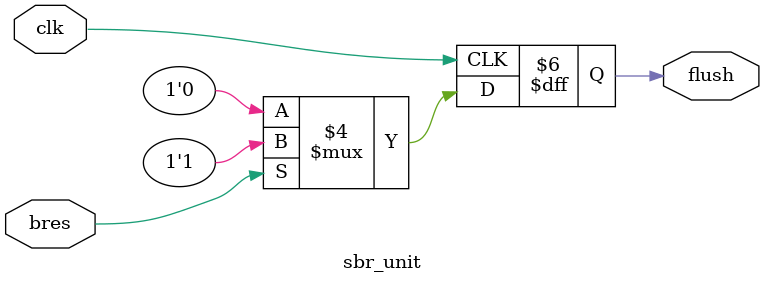
<source format=v>
module sbr_unit(
    input clk,bres,
    output reg flush
);
    always @(posedge clk) begin
        if (bres == 1'b1) begin
            flush <= 1'b1;
        end
        else begin
            flush <= 1'b0;
        end
    end
endmodule
</source>
